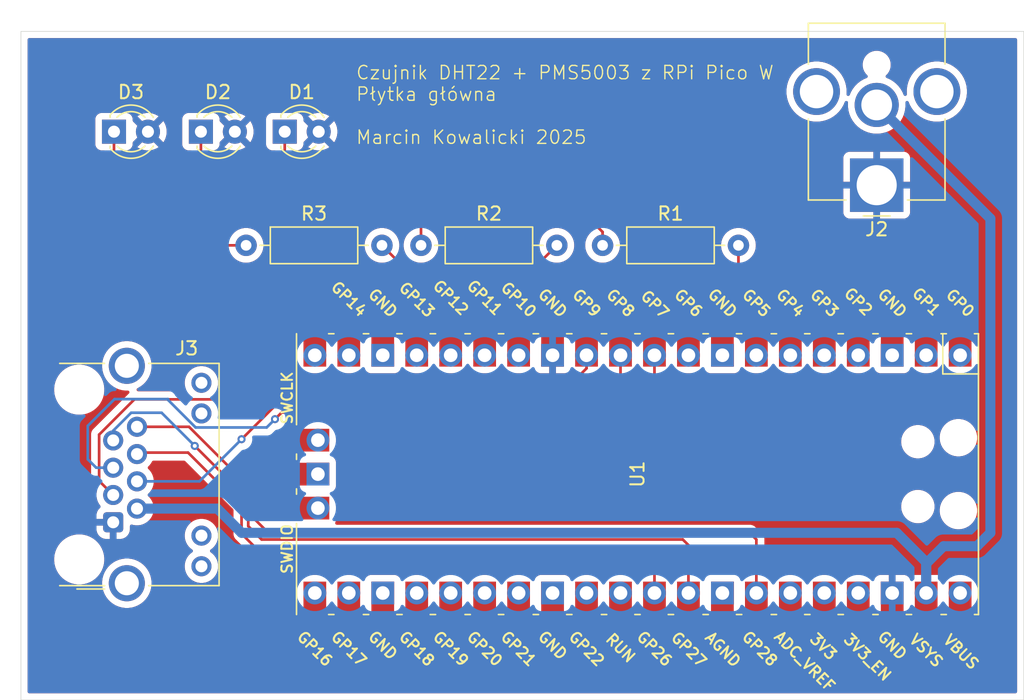
<source format=kicad_pcb>
(kicad_pcb (version 20241229) (generator "pcbnew") (generator_version "9.0")
  (layers (0 "F.Cu" signal) (2 "B.Cu" signal) (13 "F.Paste" user) (15 "B.Paste" user) (5 "F.SilkS" user "F.Silkscreen") (7 "B.SilkS" user "B.Silkscreen") (1 "F.Mask" user) (3 "B.Mask" user) (25 "Edge.Cuts" user))
  (net 0 "")
  (net 1 "GND")
  (net 2 "+5V")
  (net 3 "/DHT22")
  (net 4 "/TX")
  (net 14 "Net-(U1-GPIO27_ADC1)")
  (net 15 "/RX")
  (net 28 "Net-(U1-GPIO28_ADC2)")
  (net 32 "Net-(U1-GPIO26_ADC0)")
  (net 34 "Net-(D1-K)")
  (net 38 "Net-(D3-K)")
  (net 39 "Net-(D2-K)")
  (net 43 "Net-(U1-GPIO10)")
  (net 44 "Net-(U1-GPIO11)")
  (net 45 "Net-(U1-GPIO12)")
  (footprint "Connector_BarrelJack:BarrelJack_CUI_PJ-063AH_Horizontal_CircularHoles" (layer "F.Cu") (at 177.5 62 180)
    (property "Reference" "J2" (at 0 -3.3 0) (layer "F.SilkS"))
    (property "Value" "Barrel_Jack")
    (fp_line (start 5.11 12.11) (end -5.11 12.11) (stroke (width 0.12)) (layer "F.SilkS"))
    (fp_line (start 5.11 9.05) (end 5.11 12.11) (stroke (width 0.12)) (layer "F.SilkS"))
    (fp_line (start 5.11 -1.11) (end 5.11 4.95) (stroke (width 0.12)) (layer "F.SilkS"))
    (fp_line (start 2.3 -1.11) (end 5.11 -1.11) (stroke (width 0.12)) (layer "F.SilkS"))
    (fp_line (start -1 -2.3) (end 1 -2.3) (stroke (width 0.12)) (layer "F.SilkS"))
    (fp_line (start -5.11 12.11) (end -5.11 9.05) (stroke (width 0.12)) (layer "F.SilkS"))
    (fp_line (start -5.11 4.95) (end -5.11 -1.11) (stroke (width 0.12)) (layer "F.SilkS"))
    (fp_line (start -5.11 -1.11) (end -2.3 -1.11) (stroke (width 0.12)) (layer "F.SilkS"))
    (pad "" np_thru_hole circle (at 0 9 180) (size 1.6 1.6) (drill 1.6) (layers "*.Cu" "*.Mask"))
    (pad "1" thru_hole rect (at 0 0 180) (size 4 4) (drill 3) (layers "*.Cu" "*.Mask") (net 1 "GND"))
    (pad "2" thru_hole circle (at 0 6 180) (size 3.3 3.3) (drill 2.3) (layers "*.Cu" "*.Mask") (net 2 "+5V"))
    (pad "MP" thru_hole circle (at -4.5 7 180) (size 3.5 3.5) (drill 2.5) (layers "*.Cu" "*.Mask"))
    (pad "MP" thru_hole circle (at 4.5 7 180) (size 3.5 3.5) (drill 2.5) (layers "*.Cu" "*.Mask"))
  )
  (footprint "LED_THT:LED_D3.0mm_Clear" (layer "F.Cu") (at 126.96 58)
    (property "Reference" "D2" (at 1.27 -2.96 0) (layer "F.SilkS"))
    (property "Value" "LED")
    (fp_line (start -0.29 -1.236) (end -0.29 -1.08) (stroke (width 0.12)) (layer "F.SilkS"))
    (fp_line (start -0.29 1.08) (end -0.29 1.236) (stroke (width 0.12)) (layer "F.SilkS"))
    (fp_arc (start -0.29 -1.235516) (mid 1.36566 -1.987699) (end 2.941437 -1.08) (stroke (width 0.12)) (layer "F.SilkS"))
    (fp_arc (start 0.229039 -1.08) (mid 1.27 -1.5) (end 2.310961 -1.08) (stroke (width 0.12)) (layer "F.SilkS"))
    (fp_arc (start 2.310961 1.08) (mid 1.27 1.5) (end 0.229039 1.08) (stroke (width 0.12)) (layer "F.SilkS"))
    (fp_arc (start 2.941437 1.08) (mid 1.36566 1.987699) (end -0.29 1.235516) (stroke (width 0.12)) (layer "F.SilkS"))
    (pad "1" thru_hole rect (at 0 0) (size 1.8 1.8) (drill 0.9) (layers "*.Cu" "*.Mask") (net 39 "Net-(D2-K)"))
    (pad "2" thru_hole circle (at 2.54 0) (size 1.8 1.8) (drill 0.9) (layers "*.Cu" "*.Mask") (net 1 "GND"))
  )
  (footprint "MCU_RaspberryPi_and_Boards:RPi_Pico_SMD_TH" (layer "F.Cu") (at 159.61 83.61 -90)
    (property "Reference" "U1" (at 0 0 90) (layer "F.SilkS"))
    (property "Value" "Pico")
    (fp_line (start -3.7 25.5) (end -10.5 25.5) (stroke (width 0.12)) (layer "F.SilkS"))
    (fp_line (start -1.5 25.5) (end -1.1 25.5) (stroke (width 0.12)) (layer "F.SilkS"))
    (fp_line (start 1.1 25.5) (end 1.5 25.5) (stroke (width 0.12)) (layer "F.SilkS"))
    (fp_line (start 10.5 25.5) (end 3.7 25.5) (stroke (width 0.12)) (layer "F.SilkS"))
    (fp_line (start -10.5 22.7) (end -10.5 23.1) (stroke (width 0.12)) (layer "F.SilkS"))
    (fp_line (start 10.5 22.7) (end 10.5 23.1) (stroke (width 0.12)) (layer "F.SilkS"))
    (fp_line (start -10.5 20.1) (end -10.5 20.5) (stroke (width 0.12)) (layer "F.SilkS"))
    (fp_line (start 10.5 20.1) (end 10.5 20.5) (stroke (width 0.12)) (layer "F.SilkS"))
    (fp_line (start -10.5 17.6) (end -10.5 18) (stroke (width 0.12)) (layer "F.SilkS"))
    (fp_line (start 10.5 17.6) (end 10.5 18) (stroke (width 0.12)) (layer "F.SilkS"))
    (fp_line (start -10.5 15.1) (end -10.5 15.5) (stroke (width 0.12)) (layer "F.SilkS"))
    (fp_line (start 10.5 15.1) (end 10.5 15.5) (stroke (width 0.12)) (layer "F.SilkS"))
    (fp_line (start -10.5 12.5) (end -10.5 12.9) (stroke (width 0.12)) (layer "F.SilkS"))
    (fp_line (start 10.5 12.5) (end 10.5 12.9) (stroke (width 0.12)) (layer "F.SilkS"))
    (fp_line (start -10.5 10) (end -10.5 10.4) (stroke (width 0.12)) (layer "F.SilkS"))
    (fp_line (start 10.5 10) (end 10.5 10.4) (stroke (width 0.12)) (layer "F.SilkS"))
    (fp_line (start -10.5 7.4) (end -10.5 7.8) (stroke (width 0.12)) (layer "F.SilkS"))
    (fp_line (start 10.5 7.4) (end 10.5 7.8) (stroke (width 0.12)) (layer "F.SilkS"))
    (fp_line (start -10.5 4.9) (end -10.5 5.3) (stroke (width 0.12)) (layer "F.SilkS"))
    (fp_line (start 10.5 4.9) (end 10.5 5.3) (stroke (width 0.12)) (layer "F.SilkS"))
    (fp_line (start -10.5 2.3) (end -10.5 2.7) (stroke (width 0.12)) (layer "F.SilkS"))
    (fp_line (start 10.5 2.3) (end 10.5 2.7) (stroke (width 0.12)) (layer "F.SilkS"))
    (fp_line (start -10.5 -0.2) (end -10.5 0.2) (stroke (width 0.12)) (layer "F.SilkS"))
    (fp_line (start 10.5 -0.2) (end 10.5 0.2) (stroke (width 0.12)) (layer "F.SilkS"))
    (fp_line (start -10.5 -2.7) (end -10.5 -2.3) (stroke (width 0.12)) (layer "F.SilkS"))
    (fp_line (start 10.5 -2.7) (end 10.5 -2.3) (stroke (width 0.12)) (layer "F.SilkS"))
    (fp_line (start -10.5 -5.3) (end -10.5 -4.9) (stroke (width 0.12)) (layer "F.SilkS"))
    (fp_line (start 10.5 -5.3) (end 10.5 -4.9) (stroke (width 0.12)) (layer "F.SilkS"))
    (fp_line (start -10.5 -7.8) (end -10.5 -7.4) (stroke (width 0.12)) (layer "F.SilkS"))
    (fp_line (start 10.5 -7.8) (end 10.5 -7.4) (stroke (width 0.12)) (layer "F.SilkS"))
    (fp_line (start -10.5 -10.4) (end -10.5 -10) (stroke (width 0.12)) (layer "F.SilkS"))
    (fp_line (start 10.5 -10.4) (end 10.5 -10) (stroke (width 0.12)) (layer "F.SilkS"))
    (fp_line (start -10.5 -12.9) (end -10.5 -12.5) (stroke (width 0.12)) (layer "F.SilkS"))
    (fp_line (start 10.5 -12.9) (end 10.5 -12.5) (stroke (width 0.12)) (layer "F.SilkS"))
    (fp_line (start -10.5 -15.4) (end -10.5 -15) (stroke (width 0.12)) (layer "F.SilkS"))
    (fp_line (start 10.5 -15.4) (end 10.5 -15) (stroke (width 0.12)) (layer "F.SilkS"))
    (fp_line (start -10.5 -18) (end -10.5 -17.6) (stroke (width 0.12)) (layer "F.SilkS"))
    (fp_line (start 10.5 -18) (end 10.5 -17.6) (stroke (width 0.12)) (layer "F.SilkS"))
    (fp_line (start -10.5 -20.5) (end -10.5 -20.1) (stroke (width 0.12)) (layer "F.SilkS"))
    (fp_line (start 10.5 -20.5) (end 10.5 -20.1) (stroke (width 0.12)) (layer "F.SilkS"))
    (fp_line (start -10.5 -22.833) (end -7.493 -22.833) (stroke (width 0.12)) (layer "F.SilkS"))
    (fp_line (start -7.493 -22.833) (end -7.493 -25.5) (stroke (width 0.12)) (layer "F.SilkS"))
    (fp_line (start -10.5 -23.1) (end -10.5 -22.7) (stroke (width 0.12)) (layer "F.SilkS"))
    (fp_line (start 10.5 -23.1) (end 10.5 -22.7) (stroke (width 0.12)) (layer "F.SilkS"))
    (fp_line (start -10.5 -25.5) (end -10.5 -25.2) (stroke (width 0.12)) (layer "F.SilkS"))
    (fp_line (start -10.5 -25.5) (end 10.5 -25.5) (stroke (width 0.12)) (layer "F.SilkS"))
    (fp_line (start 10.5 -25.5) (end 10.5 -25.2) (stroke (width 0.12)) (layer "F.SilkS"))
    (fp_text user "GP21" (at 13.054 8.9 135) (layer "F.SilkS") (effects (font (size 0.8 0.8))))
    (fp_text user "GP1" (at -12.9 -21.6 135) (layer "F.SilkS") (effects (font (size 0.8 0.8))))
    (fp_text user "GP14" (at -13.1 21.59 135) (layer "F.SilkS") (effects (font (size 0.8 0.8))))
    (fp_text user "GP19" (at 13.054 13.97 135) (layer "F.SilkS") (effects (font (size 0.8 0.8))))
    (fp_text user "GP10" (at -13.054 8.89 135) (layer "F.SilkS") (effects (font (size 0.8 0.8))))
    (fp_text user "GP20" (at 13.054 11.43 135) (layer "F.SilkS") (effects (font (size 0.8 0.8))))
    (fp_text user "GND" (at -12.8 -19.05 135) (layer "F.SilkS") (effects (font (size 0.8 0.8))))
    (fp_text user "ADC_VREF" (at 14 -12.5 135) (layer "F.SilkS") (effects (font (size 0.8 0.8))))
    (fp_text user "VSYS" (at 13.2 -21.59 135) (layer "F.SilkS") (effects (font (size 0.8 0.8))))
    (fp_text user "GP28" (at 13.054 -9.144 135) (layer "F.SilkS") (effects (font (size 0.8 0.8))))
    (fp_text user "RUN" (at 13 1.27 135) (layer "F.SilkS") (effects (font (size 0.8 0.8))))
    (fp_text user "GP6" (at -12.8 -3.81 135) (layer "F.SilkS") (effects (font (size 0.8 0.8))))
    (fp_text user "AGND" (at 13.11 -6.39 135) (layer "F.SilkS") (effects (font (size 0.8 0.8))))
    (fp_text user "GP4" (at -12.8 -11.43 135) (layer "F.SilkS") (effects (font (size 0.8 0.8))))
    (fp_text user "GP16" (at 13.054 24.13 135) (layer "F.SilkS") (effects (font (size 0.8 0.8))))
    (fp_text user "SWCLK" (at -5.7 26.2 90) (layer "F.SilkS") (effects (font (size 0.8 0.8))))
    (fp_text user "GND" (at -12.8 6.35 135) (layer "F.SilkS") (effects (font (size 0.8 0.8))))
    (fp_text user "GND" (at 12.8 6.35 135) (layer "F.SilkS") (effects (font (size 0.8 0.8))))
    (fp_text user "GP0" (at -12.8 -24.13 135) (layer "F.SilkS") (effects (font (size 0.8 0.8))))
    (fp_text user "GP2" (at -12.9 -16.51 135) (layer "F.SilkS") (effects (font (size 0.8 0.8))))
    (fp_text user "GP9" (at -12.8 3.81 135) (layer "F.SilkS") (effects (font (size 0.8 0.8))))
    (fp_text user "GP12" (at -13.2 13.97 135) (layer "F.SilkS") (effects (font (size 0.8 0.8))))
    (fp_text user "GND" (at 12.8 -19.05 135) (layer "F.SilkS") (effects (font (size 0.8 0.8))))
    (fp_text user "VBUS" (at 13.3 -24.2 135) (layer "F.SilkS") (effects (font (size 0.8 0.8))))
    (fp_text user "GP26" (at 13.054 -1.27 135) (layer "F.SilkS") (effects (font (size 0.8 0.8))))
    (fp_text user "GP5" (at -12.8 -8.89 135) (layer "F.SilkS") (effects (font (size 0.8 0.8))))
    (fp_text user "GP18" (at 13.054 16.51 135) (layer "F.SilkS") (effects (font (size 0.8 0.8))))
    (fp_text user "GP7" (at -12.7 -1.3 135) (layer "F.SilkS") (effects (font (size 0.8 0.8))))
    (fp_text user "GP11" (at -13.2 11.43 135) (layer "F.SilkS") (effects (font (size 0.8 0.8))))
    (fp_text user "GP8" (at -12.8 1.27 135) (layer "F.SilkS") (effects (font (size 0.8 0.8))))
    (fp_text user "GND" (at -12.8 -6.35 135) (layer "F.SilkS") (effects (font (size 0.8 0.8))))
    (fp_text user "GP22" (at 13.054 3.81 135) (layer "F.SilkS") (effects (font (size 0.8 0.8))))
    (fp_text user "3V3_EN" (at 13.7 -17.2 135) (layer "F.SilkS") (effects (font (size 0.8 0.8))))
    (fp_text user "GND" (at -12.8 19.05 135) (layer "F.SilkS") (effects (font (size 0.8 0.8))))
    (fp_text user "GP17" (at 13.054 21.59 135) (layer "F.SilkS") (effects (font (size 0.8 0.8))))
    (fp_text user "SWDIO" (at 5.6 26.2 90) (layer "F.SilkS") (effects (font (size 0.8 0.8))))
    (fp_text user "GP27" (at 13.11 -3.84 135) (layer "F.SilkS") (effects (font (size 0.8 0.8))))
    (fp_text user "GP3" (at -12.8 -13.97 135) (layer "F.SilkS") (effects (font (size 0.8 0.8))))
    (fp_text user "3V3" (at 12.9 -13.9 135) (layer "F.SilkS") (effects (font (size 0.8 0.8))))
    (fp_text user "GND" (at 12.8 19.05 135) (layer "F.SilkS") (effects (font (size 0.8 0.8))))
    (fp_text user "GP13" (at -13.054 16.51 135) (layer "F.SilkS") (effects (font (size 0.8 0.8))))
    (pad "" np_thru_hole oval (at -2.725 -24 270) (size 1.8 1.8) (drill 1.8) (layers "*.Cu" "*.Mask"))
    (pad "" np_thru_hole oval (at -2.425 -20.97 270) (size 1.5 1.5) (drill 1.5) (layers "*.Cu" "*.Mask"))
    (pad "" np_thru_hole oval (at 2.425 -20.97 270) (size 1.5 1.5) (drill 1.5) (layers "*.Cu" "*.Mask"))
    (pad "" np_thru_hole oval (at 2.725 -24 270) (size 1.8 1.8) (drill 1.8) (layers "*.Cu" "*.Mask"))
    (pad "1" thru_hole oval (at -8.89 -24.13 270) (size 1.7 1.7) (drill 1.02) (layers "*.Cu" "*.Mask"))
    (pad "1" smd rect (at -8.89 -24.13 270) (size 3.5 1.7) (drill (offset -0.9 0)) (layers "F.Cu" "F.Mask"))
    (pad "2" thru_hole oval (at -8.89 -21.59 270) (size 1.7 1.7) (drill 1.02) (layers "*.Cu" "*.Mask"))
    (pad "2" smd rect (at -8.89 -21.59 270) (size 3.5 1.7) (drill (offset -0.9 0)) (layers "F.Cu" "F.Mask"))
    (pad "3" thru_hole rect (at -8.89 -19.05 270) (size 1.7 1.7) (drill 1.02) (layers "*.Cu" "*.Mask"))
    (pad "3" smd rect (at -8.89 -19.05 270) (size 3.5 1.7) (drill (offset -0.9 0)) (layers "F.Cu" "F.Mask"))
    (pad "4" thru_hole oval (at -8.89 -16.51 270) (size 1.7 1.7) (drill 1.02) (layers "*.Cu" "*.Mask"))
    (pad "4" smd rect (at -8.89 -16.51 270) (size 3.5 1.7) (drill (offset -0.9 0)) (layers "F.Cu" "F.Mask"))
    (pad "5" thru_hole oval (at -8.89 -13.97 270) (size 1.7 1.7) (drill 1.02) (layers "*.Cu" "*.Mask"))
    (pad "5" smd rect (at -8.89 -13.97 270) (size 3.5 1.7) (drill (offset -0.9 0)) (layers "F.Cu" "F.Mask"))
    (pad "6" thru_hole oval (at -8.89 -11.43 270) (size 1.7 1.7) (drill 1.02) (layers "*.Cu" "*.Mask"))
    (pad "6" smd rect (at -8.89 -11.43 270) (size 3.5 1.7) (drill (offset -0.9 0)) (layers "F.Cu" "F.Mask"))
    (pad "7" thru_hole oval (at -8.89 -8.89 270) (size 1.7 1.7) (drill 1.02) (layers "*.Cu" "*.Mask"))
    (pad "7" smd rect (at -8.89 -8.89 270) (size 3.5 1.7) (drill (offset -0.9 0)) (layers "F.Cu" "F.Mask"))
    (pad "8" thru_hole rect (at -8.89 -6.35 270) (size 1.7 1.7) (drill 1.02) (layers "*.Cu" "*.Mask"))
    (pad "8" smd rect (at -8.89 -6.35 270) (size 3.5 1.7) (drill (offset -0.9 0)) (layers "F.Cu" "F.Mask"))
    (pad "9" thru_hole oval (at -8.89 -3.81 270) (size 1.7 1.7) (drill 1.02) (layers "*.Cu" "*.Mask"))
    (pad "9" smd rect (at -8.89 -3.81 270) (size 3.5 1.7) (drill (offset -0.9 0)) (layers "F.Cu" "F.Mask"))
    (pad "10" thru_hole oval (at -8.89 -1.27 270) (size 1.7 1.7) (drill 1.02) (layers "*.Cu" "*.Mask") (net 3 "/DHT22"))
    (pad "10" smd rect (at -8.89 -1.27 270) (size 3.5 1.7) (drill (offset -0.9 0)) (layers "F.Cu" "F.Mask") (net 3 "/DHT22"))
    (pad "11" thru_hole oval (at -8.89 1.27 270) (size 1.7 1.7) (drill 1.02) (layers "*.Cu" "*.Mask") (net 15 "/RX"))
    (pad "11" smd rect (at -8.89 1.27 270) (size 3.5 1.7) (drill (offset -0.9 0)) (layers "F.Cu" "F.Mask") (net 15 "/RX"))
    (pad "12" thru_hole oval (at -8.89 3.81 270) (size 1.7 1.7) (drill 1.02) (layers "*.Cu" "*.Mask") (net 4 "/TX"))
    (pad "12" smd rect (at -8.89 3.81 270) (size 3.5 1.7) (drill (offset -0.9 0)) (layers "F.Cu" "F.Mask") (net 4 "/TX"))
    (pad "13" thru_hole rect (at -8.89 6.35 270) (size 1.7 1.7) (drill 1.02) (layers "*.Cu" "*.Mask") (net 1 "GND"))
    (pad "13" smd rect (at -8.89 6.35 270) (size 3.5 1.7) (drill (offset -0.9 0)) (layers "F.Cu" "F.Mask") (net 1 "GND"))
    (pad "14" thru_hole oval (at -8.89 8.89 270) (size 1.7 1.7) (drill 1.02) (layers "*.Cu" "*.Mask") (net 43 "Net-(U1-GPIO10)"))
    (pad "14" smd rect (at -8.89 8.89 270) (size 3.5 1.7) (drill (offset -0.9 0)) (layers "F.Cu" "F.Mask") (net 43 "Net-(U1-GPIO10)"))
    (pad "15" thru_hole oval (at -8.89 11.43 270) (size 1.7 1.7) (drill 1.02) (layers "*.Cu" "*.Mask") (net 44 "Net-(U1-GPIO11)"))
    (pad "15" smd rect (at -8.89 11.43 270) (size 3.5 1.7) (drill (offset -0.9 0)) (layers "F.Cu" "F.Mask") (net 44 "Net-(U1-GPIO11)"))
    (pad "16" thru_hole oval (at -8.89 13.97 270) (size 1.7 1.7) (drill 1.02) (layers "*.Cu" "*.Mask") (net 45 "Net-(U1-GPIO12)"))
    (pad "16" smd rect (at -8.89 13.97 270) (size 3.5 1.7) (drill (offset -0.9 0)) (layers "F.Cu" "F.Mask") (net 45 "Net-(U1-GPIO12)"))
    (pad "17" thru_hole oval (at -8.89 16.51 270) (size 1.7 1.7) (drill 1.02) (layers "*.Cu" "*.Mask"))
    (pad "17" smd rect (at -8.89 16.51 270) (size 3.5 1.7) (drill (offset -0.9 0)) (layers "F.Cu" "F.Mask"))
    (pad "18" thru_hole rect (at -8.89 19.05 270) (size 1.7 1.7) (drill 1.02) (layers "*.Cu" "*.Mask"))
    (pad "18" smd rect (at -8.89 19.05 270) (size 3.5 1.7) (drill (offset -0.9 0)) (layers "F.Cu" "F.Mask"))
    (pad "19" thru_hole oval (at -8.89 21.59 270) (size 1.7 1.7) (drill 1.02) (layers "*.Cu" "*.Mask"))
    (pad "19" smd rect (at -8.89 21.59 270) (size 3.5 1.7) (drill (offset -0.9 0)) (layers "F.Cu" "F.Mask"))
    (pad "20" thru_hole oval (at -8.89 24.13 270) (size 1.7 1.7) (drill 1.02) (layers "*.Cu" "*.Mask"))
    (pad "20" smd rect (at -8.89 24.13 270) (size 3.5 1.7) (drill (offset -0.9 0)) (layers "F.Cu" "F.Mask"))
    (pad "21" thru_hole oval (at 8.89 24.13 270) (size 1.7 1.7) (drill 1.02) (layers "*.Cu" "*.Mask"))
    (pad "21" smd rect (at 8.89 24.13 270) (size 3.5 1.7) (drill (offset 0.9 0)) (layers "F.Cu" "F.Mask"))
    (pad "22" thru_hole oval (at 8.89 21.59 270) (size 1.7 1.7) (drill 1.02) (layers "*.Cu" "*.Mask"))
    (pad "22" smd rect (at 8.89 21.59 270) (size 3.5 1.7) (drill (offset 0.9 0)) (layers "F.Cu" "F.Mask"))
    (pad "23" thru_hole rect (at 8.89 19.05 270) (size 1.7 1.7) (drill 1.02) (layers "*.Cu" "*.Mask"))
    (pad "23" smd rect (at 8.89 19.05 270) (size 3.5 1.7) (drill (offset 0.9 0)) (layers "F.Cu" "F.Mask"))
    (pad "24" thru_hole oval (at 8.89 16.51 270) (size 1.7 1.7) (drill 1.02) (layers "*.Cu" "*.Mask"))
    (pad "24" smd rect (at 8.89 16.51 270) (size 3.5 1.7) (drill (offset 0.9 0)) (layers "F.Cu" "F.Mask"))
    (pad "25" thru_hole oval (at 8.89 13.97 270) (size 1.7 1.7) (drill 1.02) (layers "*.Cu" "*.Mask"))
    (pad "25" smd rect (at 8.89 13.97 270) (size 3.5 1.7) (drill (offset 0.9 0)) (layers "F.Cu" "F.Mask"))
    (pad "26" thru_hole oval (at 8.89 11.43 270) (size 1.7 1.7) (drill 1.02) (layers "*.Cu" "*.Mask"))
    (pad "26" smd rect (at 8.89 11.43 270) (size 3.5 1.7) (drill (offset 0.9 0)) (layers "F.Cu" "F.Mask"))
    (pad "27" thru_hole oval (at 8.89 8.89 270) (size 1.7 1.7) (drill 1.02) (layers "*.Cu" "*.Mask"))
    (pad "27" smd rect (at 8.89 8.89 270) (size 3.5 1.7) (drill (offset 0.9 0)) (layers "F.Cu" "F.Mask"))
    (pad "28" thru_hole rect (at 8.89 6.35 270) (size 1.7 1.7) (drill 1.02) (layers "*.Cu" "*.Mask"))
    (pad "28" smd rect (at 8.89 6.35 270) (size 3.5 1.7) (drill (offset 0.9 0)) (layers "F.Cu" "F.Mask"))
    (pad "29" thru_hole oval (at 8.89 3.81 270) (size 1.7 1.7) (drill 1.02) (layers "*.Cu" "*.Mask"))
    (pad "29" smd rect (at 8.89 3.81 270) (size 3.5 1.7) (drill (offset 0.9 0)) (layers "F.Cu" "F.Mask"))
    (pad "30" thru_hole oval (at 8.89 1.27 270) (size 1.7 1.7) (drill 1.02) (layers "*.Cu" "*.Mask"))
    (pad "30" smd rect (at 8.89 1.27 270) (size 3.5 1.7) (drill (offset 0.9 0)) (layers "F.Cu" "F.Mask"))
    (pad "31" thru_hole oval (at 8.89 -1.27 270) (size 1.7 1.7) (drill 1.02) (layers "*.Cu" "*.Mask") (net 32 "Net-(U1-GPIO26_ADC0)"))
    (pad "31" smd rect (at 8.89 -1.27 270) (size 3.5 1.7) (drill (offset 0.9 0)) (layers "F.Cu" "F.Mask") (net 32 "Net-(U1-GPIO26_ADC0)"))
    (pad "32" thru_hole oval (at 8.89 -3.81 270) (size 1.7 1.7) (drill 1.02) (layers "*.Cu" "*.Mask") (net 14 "Net-(U1-GPIO27_ADC1)"))
    (pad "32" smd rect (at 8.89 -3.81 270) (size 3.5 1.7) (drill (offset 0.9 0)) (layers "F.Cu" "F.Mask") (net 14 "Net-(U1-GPIO27_ADC1)"))
    (pad "33" thru_hole rect (at 8.89 -6.35 270) (size 1.7 1.7) (drill 1.02) (layers "*.Cu" "*.Mask"))
    (pad "33" smd rect (at 8.89 -6.35 270) (size 3.5 1.7) (drill (offset 0.9 0)) (layers "F.Cu" "F.Mask"))
    (pad "34" thru_hole oval (at 8.89 -8.89 270) (size 1.7 1.7) (drill 1.02) (layers "*.Cu" "*.Mask") (net 28 "Net-(U1-GPIO28_ADC2)"))
    (pad "34" smd rect (at 8.89 -8.89 270) (size 3.5 1.7) (drill (offset 0.9 0)) (layers "F.Cu" "F.Mask") (net 28 "Net-(U1-GPIO28_ADC2)"))
    (pad "35" thru_hole oval (at 8.89 -11.43 270) (size 1.7 1.7) (drill 1.02) (layers "*.Cu" "*.Mask"))
    (pad "35" smd rect (at 8.89 -11.43 270) (size 3.5 1.7) (drill (offset 0.9 0)) (layers "F.Cu" "F.Mask"))
    (pad "36" thru_hole oval (at 8.89 -13.97 270) (size 1.7 1.7) (drill 1.02) (layers "*.Cu" "*.Mask"))
    (pad "36" smd rect (at 8.89 -13.97 270) (size 3.5 1.7) (drill (offset 0.9 0)) (layers "F.Cu" "F.Mask"))
    (pad "37" thru_hole oval (at 8.89 -16.51 270) (size 1.7 1.7) (drill 1.02) (layers "*.Cu" "*.Mask"))
    (pad "37" smd rect (at 8.89 -16.51 270) (size 3.5 1.7) (drill (offset 0.9 0)) (layers "F.Cu" "F.Mask"))
    (pad "38" thru_hole rect (at 8.89 -19.05 270) (size 1.7 1.7) (drill 1.02) (layers "*.Cu" "*.Mask") (net 1 "GND"))
    (pad "38" smd rect (at 8.89 -19.05 270) (size 3.5 1.7) (drill (offset 0.9 0)) (layers "F.Cu" "F.Mask") (net 1 "GND"))
    (pad "39" thru_hole oval (at 8.89 -21.59 270) (size 1.7 1.7) (drill 1.02) (layers "*.Cu" "*.Mask") (net 2 "+5V"))
    (pad "39" smd rect (at 8.89 -21.59 270) (size 3.5 1.7) (drill (offset 0.9 0)) (layers "F.Cu" "F.Mask") (net 2 "+5V"))
    (pad "40" thru_hole oval (at 8.89 -24.13 270) (size 1.7 1.7) (drill 1.02) (layers "*.Cu" "*.Mask"))
    (pad "40" smd rect (at 8.89 -24.13 270) (size 3.5 1.7) (drill (offset 0.9 0)) (layers "F.Cu" "F.Mask"))
    (pad "41" thru_hole oval (at -2.54 23.9 270) (size 1.7 1.7) (drill 1.02) (layers "*.Cu" "*.Mask"))
    (pad "41" smd rect (at -2.54 23.9) (size 3.5 1.7) (drill (offset -0.9 0)) (layers "F.Cu" "F.Mask"))
    (pad "42" thru_hole rect (at 0 23.9 270) (size 1.7 1.7) (drill 1.02) (layers "*.Cu" "*.Mask"))
    (pad "42" smd rect (at 0 23.9) (size 3.5 1.7) (drill (offset -0.9 0)) (layers "F.Cu" "F.Mask"))
    (pad "43" thru_hole oval (at 2.54 23.9 270) (size 1.7 1.7) (drill 1.02) (layers "*.Cu" "*.Mask"))
    (pad "43" smd rect (at 2.54 23.9) (size 3.5 1.7) (drill (offset -0.9 0)) (layers "F.Cu" "F.Mask"))
  )
  (footprint "Connector_RJ:RJ45_Connfly_DS1128-09-S8xx-S_Horizontal" (layer "F.Cu") (at 120.4 87.21 90)
    (property "Reference" "J3" (at 13 5.5 0) (layer "F.SilkS"))
    (property "Value" "8P8C")
    (fp_line (start 11.88 -4) (end 11.88 -0.65) (stroke (width 0.12)) (layer "F.SilkS"))
    (fp_line (start -4.74 -0.64) (end -4.74 -4) (stroke (width 0.12)) (layer "F.SilkS"))
    (fp_line (start -4.99 -0.64) (end -4.99 -2.71) (stroke (width 0.12)) (layer "F.SilkS"))
    (fp_line (start 11.88 2.66) (end 11.88 7.92) (stroke (width 0.12)) (layer "F.SilkS"))
    (fp_line (start 11.88 7.92) (end -4.74 7.92) (stroke (width 0.12)) (layer "F.SilkS"))
    (fp_line (start -4.74 7.92) (end -4.74 2.66) (stroke (width 0.12)) (layer "F.SilkS"))
    (pad "" np_thru_hole circle (at -2.78 -2.54 270) (size 3.25 3.25) (drill 3.25) (layers "*.Cu" "*.Mask"))
    (pad "" np_thru_hole circle (at 9.92 -2.54 270) (size 3.25 3.25) (drill 3.25) (layers "*.Cu" "*.Mask"))
    (pad "1" thru_hole roundrect (at 0 0 270) (size 1.5 1.5) (drill 0.9) (layers "*.Cu" "*.Mask") (roundrect_rratio 0.1666666667) (net 1 "GND"))
    (pad "2" thru_hole circle (at 1.02 1.78 270) (size 1.5 1.5) (drill 0.9) (layers "*.Cu" "*.Mask") (net 2 "+5V"))
    (pad "3" thru_hole circle (at 2.04 0 270) (size 1.5 1.5) (drill 0.9) (layers "*.Cu" "*.Mask") (net 4 "/TX"))
    (pad "4" thru_hole circle (at 3.06 1.78 270) (size 1.5 1.5) (drill 0.9) (layers "*.Cu" "*.Mask") (net 15 "/RX"))
    (pad "5" thru_hole circle (at 4.08 0 270) (size 1.5 1.5) (drill 0.9) (layers "*.Cu" "*.Mask") (net 3 "/DHT22"))
    (pad "6" thru_hole circle (at 5.1 1.78 270) (size 1.5 1.5) (drill 0.9) (layers "*.Cu" "*.Mask") (net 32 "Net-(U1-GPIO26_ADC0)"))
    (pad "7" thru_hole circle (at 6.12 0 270) (size 1.5 1.5) (drill 0.9) (layers "*.Cu" "*.Mask") (net 14 "Net-(U1-GPIO27_ADC1)"))
    (pad "8" thru_hole circle (at 7.14 1.78 270) (size 1.5 1.5) (drill 0.9) (layers "*.Cu" "*.Mask") (net 28 "Net-(U1-GPIO28_ADC2)"))
    (pad "9" thru_hole circle (at -3.29 6.6 270) (size 1.5 1.5) (drill 0.9) (layers "*.Cu" "*.Mask"))
    (pad "10" thru_hole circle (at -1 6.6 270) (size 1.5 1.5) (drill 0.9) (layers "*.Cu" "*.Mask"))
    (pad "11" thru_hole circle (at 8.14 6.6 270) (size 1.5 1.5) (drill 0.9) (layers "*.Cu" "*.Mask"))
    (pad "12" thru_hole circle (at 10.43 6.6 270) (size 1.5 1.5) (drill 0.9) (layers "*.Cu" "*.Mask"))
    (pad "SH" thru_hole circle (at -4.56 1.02 270) (size 2.7 2.7) (drill 1.8) (layers "*.Cu" "*.Mask"))
    (pad "SH" thru_hole circle (at 11.7 1.02 270) (size 2.7 2.7) (drill 1.8) (layers "*.Cu" "*.Mask"))
  )
  (footprint "Resistor_THT:R_Axial_DIN0207_L6.3mm_D2.5mm_P10.16mm_Horizontal" (layer "F.Cu") (at 143.42 66.5)
    (property "Reference" "R2" (at 5.08 -2.37 0) (layer "F.SilkS"))
    (property "Value" "330")
    (fp_line (start 1.04 0) (end 1.81 0) (stroke (width 0.12)) (layer "F.SilkS"))
    (fp_line (start 9.12 0) (end 8.35 0) (stroke (width 0.12)) (layer "F.SilkS"))
    (fp_rect (start 1.81 -1.37) (end 8.35 1.37) (stroke (width 0.12)) (fill no) (layer "F.SilkS"))
    (pad "1" thru_hole circle (at 0 0) (size 1.6 1.6) (drill 0.8) (layers "*.Cu" "*.Mask") (net 39 "Net-(D2-K)"))
    (pad "2" thru_hole circle (at 10.16 0) (size 1.6 1.6) (drill 0.8) (layers "*.Cu" "*.Mask") (net 44 "Net-(U1-GPIO11)"))
  )
  (footprint "LED_THT:LED_D3.0mm_Clear" (layer "F.Cu") (at 133.23 58)
    (property "Reference" "D1" (at 1.27 -2.96 0) (layer "F.SilkS"))
    (property "Value" "LED")
    (fp_line (start -0.29 -1.236) (end -0.29 -1.08) (stroke (width 0.12)) (layer "F.SilkS"))
    (fp_line (start -0.29 1.08) (end -0.29 1.236) (stroke (width 0.12)) (layer "F.SilkS"))
    (fp_arc (start -0.29 -1.235516) (mid 1.36566 -1.987699) (end 2.941437 -1.08) (stroke (width 0.12)) (layer "F.SilkS"))
    (fp_arc (start 0.229039 -1.08) (mid 1.27 -1.5) (end 2.310961 -1.08) (stroke (width 0.12)) (layer "F.SilkS"))
    (fp_arc (start 2.310961 1.08) (mid 1.27 1.5) (end 0.229039 1.08) (stroke (width 0.12)) (layer "F.SilkS"))
    (fp_arc (start 2.941437 1.08) (mid 1.36566 1.987699) (end -0.29 1.235516) (stroke (width 0.12)) (layer "F.SilkS"))
    (pad "1" thru_hole rect (at 0 0) (size 1.8 1.8) (drill 0.9) (layers "*.Cu" "*.Mask") (net 34 "Net-(D1-K)"))
    (pad "2" thru_hole circle (at 2.54 0) (size 1.8 1.8) (drill 0.9) (layers "*.Cu" "*.Mask") (net 1 "GND"))
  )
  (footprint "Resistor_THT:R_Axial_DIN0207_L6.3mm_D2.5mm_P10.16mm_Horizontal" (layer "F.Cu") (at 130.34 66.5)
    (property "Reference" "R3" (at 5.08 -2.37 0) (layer "F.SilkS"))
    (property "Value" "330")
    (fp_line (start 1.04 0) (end 1.81 0) (stroke (width 0.12)) (layer "F.SilkS"))
    (fp_line (start 9.12 0) (end 8.35 0) (stroke (width 0.12)) (layer "F.SilkS"))
    (fp_rect (start 1.81 -1.37) (end 8.35 1.37) (stroke (width 0.12)) (fill no) (layer "F.SilkS"))
    (pad "1" thru_hole circle (at 0 0) (size 1.6 1.6) (drill 0.8) (layers "*.Cu" "*.Mask") (net 38 "Net-(D3-K)"))
    (pad "2" thru_hole circle (at 10.16 0) (size 1.6 1.6) (drill 0.8) (layers "*.Cu" "*.Mask") (net 45 "Net-(U1-GPIO12)"))
  )
  (footprint "Resistor_THT:R_Axial_DIN0207_L6.3mm_D2.5mm_P10.16mm_Horizontal" (layer "F.Cu") (at 157 66.5)
    (property "Reference" "R1" (at 5.08 -2.37 0) (layer "F.SilkS"))
    (property "Value" "330")
    (fp_line (start 1.04 0) (end 1.81 0) (stroke (width 0.12)) (layer "F.SilkS"))
    (fp_line (start 9.12 0) (end 8.35 0) (stroke (width 0.12)) (layer "F.SilkS"))
    (fp_rect (start 1.81 -1.37) (end 8.35 1.37) (stroke (width 0.12)) (fill no) (layer "F.SilkS"))
    (pad "1" thru_hole circle (at 0 0) (size 1.6 1.6) (drill 0.8) (layers "*.Cu" "*.Mask") (net 34 "Net-(D1-K)"))
    (pad "2" thru_hole circle (at 10.16 0) (size 1.6 1.6) (drill 0.8) (layers "*.Cu" "*.Mask") (net 43 "Net-(U1-GPIO10)"))
  )
  (footprint "LED_THT:LED_D3.0mm_Clear" (layer "F.Cu") (at 120.46 58)
    (property "Reference" "D3" (at 1.27 -2.96 0) (layer "F.SilkS"))
    (property "Value" "LED")
    (fp_line (start -0.29 -1.236) (end -0.29 -1.08) (stroke (width 0.12)) (layer "F.SilkS"))
    (fp_line (start -0.29 1.08) (end -0.29 1.236) (stroke (width 0.12)) (layer "F.SilkS"))
    (fp_arc (start -0.29 -1.235516) (mid 1.36566 -1.987699) (end 2.941437 -1.08) (stroke (width 0.12)) (layer "F.SilkS"))
    (fp_arc (start 0.229039 -1.08) (mid 1.27 -1.5) (end 2.310961 -1.08) (stroke (width 0.12)) (layer "F.SilkS"))
    (fp_arc (start 2.310961 1.08) (mid 1.27 1.5) (end 0.229039 1.08) (stroke (width 0.12)) (layer "F.SilkS"))
    (fp_arc (start 2.941437 1.08) (mid 1.36566 1.987699) (end -0.29 1.235516) (stroke (width 0.12)) (layer "F.SilkS"))
    (pad "1" thru_hole rect (at 0 0) (size 1.8 1.8) (drill 0.9) (layers "*.Cu" "*.Mask") (net 38 "Net-(D3-K)"))
    (pad "2" thru_hole circle (at 2.54 0) (size 1.8 1.8) (drill 0.9) (layers "*.Cu" "*.Mask") (net 1 "GND"))
  )
  (gr_rect (start 113.5 50.5) (end 188.5 100.5) (stroke (width 0.05)) (fill no) (layer "Edge.Cuts"))
  (gr_text "Czujnik DHT22 + PMS5003 z RPi Pico W\nPłytka główna\n\nMarcin Kowalicki 2025" (at 138.5 59 0) (layer "F.SilkS") (effects (font (size 1 1) (thickness 0.1)) (justify left bottom)))
  (segment (start 177 61.0762) (end 177 61) (width 0.2) (layer "B.Cu") (net 1))
  (segment (start 182.5 89) (end 185 89) (width 0.75) (layer "B.Cu") (net 2))
  (segment (start 179 88) (end 130 88) (width 0.75) (layer "B.Cu") (net 2))
  (segment (start 128.19 86.19) (end 122.18 86.19) (width 0.75) (layer "B.Cu") (net 2))
  (segment (start 181.2 92.5) (end 181.2 90.2) (width 0.75) (layer "B.Cu") (net 2))
  (segment (start 185 89) (end 186 88) (width 0.75) (layer "B.Cu") (net 2))
  (segment (start 181.2 92.5) (end 181.2 90.3) (width 0.75) (layer "B.Cu") (net 2))
  (segment (start 181.2 90.3) (end 182.5 89) (width 0.75) (layer "B.Cu") (net 2))
  (segment (start 186 88) (end 186 64.5) (width 0.75) (layer "B.Cu") (net 2))
  (segment (start 130 88) (end 128.19 86.19) (width 0.75) (layer "B.Cu") (net 2))
  (segment (start 181.2 90.2) (end 179 88) (width 0.75) (layer "B.Cu") (net 2))
  (segment (start 186 64.5) (end 177.5 56) (width 0.75) (layer "B.Cu") (net 2))
  (segment (start 158 79) (end 160.88 76.12) (width 0.2) (layer "F.Cu") (net 3))
  (segment (start 132.5 79.5) (end 133 79) (width 0.2) (layer "F.Cu") (net 3))
  (segment (start 133 79) (end 158 79) (width 0.2) (layer "F.Cu") (net 3))
  (segment (start 160.88 76.12) (end 160.88 74.72) (width 0.2) (layer "F.Cu") (net 3))
  (segment (start 161 74.84) (end 160.88 74.72) (width 0.2) (layer "F.Cu") (net 3))
  (via (at 132.5 79.5) (size 0.6) (drill 0.3) (layers "F.Cu" "B.Cu") (net 3))
  (segment (start 131.879 80.121) (end 132.5 79.5) (width 0.2) (layer "B.Cu") (net 3))
  (segment (start 120.4 83.13) (end 119.13 83.13) (width 0.2) (layer "B.Cu") (net 3))
  (segment (start 126.564661 80.121) (end 131.879 80.121) (width 0.2) (layer "B.Cu") (net 3))
  (segment (start 124.5 78) (end 124.5 78.056339) (width 0.2) (layer "B.Cu") (net 3))
  (segment (start 118.5 80) (end 120.5 78) (width 0.2) (layer "B.Cu") (net 3))
  (segment (start 119.13 83.13) (end 118.5 82.5) (width 0.2) (layer "B.Cu") (net 3))
  (segment (start 120.5 78) (end 124.5 78) (width 0.2) (layer "B.Cu") (net 3))
  (segment (start 118.5 82.5) (end 118.5 80) (width 0.2) (layer "B.Cu") (net 3))
  (segment (start 126.564661 80.121) (end 124.5 78.056339) (width 0.2) (layer "B.Cu") (net 3))
  (segment (start 128.458 78.019) (end 128.5 78.061) (width 0.2) (layer "F.Cu") (net 4))
  (segment (start 121.984661 78.019) (end 128.458 78.019) (width 0.2) (layer "F.Cu") (net 4))
  (segment (start 119.349 80.654661) (end 121.984661 78.019) (width 0.2) (layer "F.Cu") (net 4))
  (segment (start 155.8 75.7) (end 153.439 78.061) (width 0.2) (layer "F.Cu") (net 4))
  (segment (start 119.349 84.119) (end 119.349 80.654661) (width 0.2) (layer "F.Cu") (net 4))
  (segment (start 128.5 78.061) (end 128.439 78.061) (width 0.2) (layer "F.Cu") (net 4))
  (segment (start 120.4 85.17) (end 119.349 84.119) (width 0.2) (layer "F.Cu") (net 4))
  (segment (start 155.8 74.72) (end 155.8 75.7) (width 0.2) (layer "F.Cu") (net 4))
  (segment (start 153.439 78.061) (end 128.5 78.061) (width 0.2) (layer "F.Cu") (net 4))
  (segment (start 163.42 88.92) (end 163.42 92.5) (width 0.2) (layer "F.Cu") (net 14))
  (segment (start 126.5 81.5) (end 130.5 85.5) (width 0.2) (layer "F.Cu") (net 14))
  (segment (start 130.5 85.5) (end 130.5 87.5) (width 0.2) (layer "F.Cu") (net 14))
  (segment (start 130.5 87.5) (end 131.5 88.5) (width 0.2) (layer "F.Cu") (net 14))
  (segment (start 131.5 88.5) (end 163 88.5) (width 0.2) (layer "F.Cu") (net 14))
  (segment (start 163 88.5) (end 163.42 88.92) (width 0.2) (layer "F.Cu") (net 14))
  (via (at 126.5 81.5) (size 0.6) (drill 0.3) (layers "F.Cu" "B.Cu") (net 14))
  (segment (start 121.744661 79.019) (end 124.019 79.019) (width 0.2) (layer "B.Cu") (net 14))
  (segment (start 120.4 80.363661) (end 121.744661 79.019) (width 0.2) (layer "B.Cu") (net 14))
  (segment (start 120.4 81.09) (end 120.4 80.363661) (width 0.2) (layer "B.Cu") (net 14))
  (segment (start 124.019 79.019) (end 126.5 81.5) (width 0.2) (layer "B.Cu") (net 14))
  (segment (start 132.5 78.5) (end 156 78.5) (width 0.2) (layer "F.Cu") (net 15))
  (segment (start 158.34 76.16) (end 158.34 74.72) (width 0.2) (layer "F.Cu") (net 15))
  (segment (start 156 78.5) (end 158.34 76.16) (width 0.2) (layer "F.Cu") (net 15))
  (segment (start 130 81) (end 132.5 78.5) (width 0.2) (layer "F.Cu") (net 15))
  (via (at 130 81) (size 0.6) (drill 0.3) (layers "F.Cu" "B.Cu") (net 15))
  (segment (start 126.85 84.15) (end 130 81) (width 0.2) (layer "B.Cu") (net 15))
  (segment (start 122.18 84.15) (end 126.85 84.15) (width 0.2) (layer "B.Cu") (net 15))
  (segment (start 126.07 80.07) (end 131 85) (width 0.2) (layer "F.Cu") (net 28))
  (segment (start 168 88) (end 168.5 88.5) (width 0.2) (layer "F.Cu") (net 28))
  (segment (start 122.18 80.07) (end 126.07 80.07) (width 0.2) (layer "F.Cu") (net 28))
  (segment (start 168.5 88.5) (end 168.5 92.5) (width 0.2) (layer "F.Cu") (net 28))
  (segment (start 132 88) (end 168 88) (width 0.2) (layer "F.Cu") (net 28))
  (segment (start 131 85) (end 131 87) (width 0.2) (layer "F.Cu") (net 28))
  (segment (start 131 87) (end 132 88) (width 0.2) (layer "F.Cu") (net 28))
  (segment (start 130 86) (end 130 88.0671) (width 0.2) (layer "F.Cu") (net 32))
  (segment (start 130 88.0671) (end 130.9329 89) (width 0.2) (layer "F.Cu") (net 32))
  (segment (start 122.29 82) (end 126 82) (width 0.2) (layer "F.Cu") (net 32))
  (segment (start 122.18 82.11) (end 122.29 82) (width 0.2) (layer "F.Cu") (net 32))
  (segment (start 160.88 89.38) (end 160.88 92.5) (width 0.2) (layer "F.Cu") (net 32))
  (segment (start 126 82) (end 130 86) (width 0.2) (layer "F.Cu") (net 32))
  (segment (start 130.9329 89) (end 160.5 89) (width 0.2) (layer "F.Cu") (net 32))
  (segment (start 160.5 89) (end 160.88 89.38) (width 0.2) (layer "F.Cu") (net 32))
  (segment (start 133.5 61.5) (end 133.23 61.23) (width 0.2) (layer "F.Cu") (net 34))
  (segment (start 153 61.5) (end 133.5 61.5) (width 0.2) (layer "F.Cu") (net 34))
  (segment (start 157 66.5) (end 157 65.5) (width 0.2) (layer "F.Cu") (net 34))
  (segment (start 133.23 61.23) (end 133.23 58) (width 0.2) (layer "F.Cu") (net 34))
  (segment (start 157 65.5) (end 153 61.5) (width 0.2) (layer "F.Cu") (net 34))
  (segment (start 122 66.5) (end 120.46 64.96) (width 0.2) (layer "F.Cu") (net 38))
  (segment (start 120.46 64.96) (end 120.46 58) (width 0.2) (layer "F.Cu") (net 38))
  (segment (start 130.34 66.5) (end 122 66.5) (width 0.2) (layer "F.Cu") (net 38))
  (segment (start 129.7862 66.5) (end 130.34 66.5) (width 0.2) (layer "B.Cu") (net 38))
  (segment (start 143.42 66.5) (end 143.42 63.42) (width 0.2) (layer "F.Cu") (net 39))
  (segment (start 126.96 62.46) (end 126.96 58) (width 0.2) (layer "F.Cu") (net 39))
  (segment (start 143 63) (end 127.5 63) (width 0.2) (layer "F.Cu") (net 39))
  (segment (start 143.42 63.42) (end 143 63) (width 0.2) (layer "F.Cu") (net 39))
  (segment (start 127.5 63) (end 126.96 62.46) (width 0.2) (layer "F.Cu") (net 39))
  (segment (start 150.72 71.28) (end 151.5 70.5) (width 0.2) (layer "F.Cu") (net 43))
  (segment (start 167.16 69.84) (end 167.16 66.5) (width 0.2) (layer "F.Cu") (net 43))
  (segment (start 166.5 70.5) (end 167.16 69.84) (width 0.2) (layer "F.Cu") (net 43))
  (segment (start 151.5 70.5) (end 166.5 70.5) (width 0.2) (layer "F.Cu") (net 43))
  (segment (start 150.72 74.72) (end 150.72 71.28) (width 0.2) (layer "F.Cu") (net 43))
  (segment (start 148.18 74.72) (end 148.18 71.9) (width 0.2) (layer "F.Cu") (net 44))
  (segment (start 148.18 71.9) (end 153.58 66.5) (width 0.2) (layer "F.Cu") (net 44))
  (segment (start 145.64 74.72) (end 145.64 71.64) (width 0.2) (layer "F.Cu") (net 45))
  (segment (start 145.64 71.64) (end 140.5 66.5) (width 0.2) (layer "F.Cu") (net 45))
  (zone (net 1) (net_name "GND") (layers "F.Cu" "B.Cu") (connect_pads (clearance 0.5)) (min_thickness 0.25) (fill yes (thermal_gap 0.5) (thermal_bridge_width 0.5))
    (polygon (pts (xy 188.5 100.5) (xy 188.5 50.5) (xy 113.5 50.5) (xy 113.5 100.5)))
  )
)
</source>
